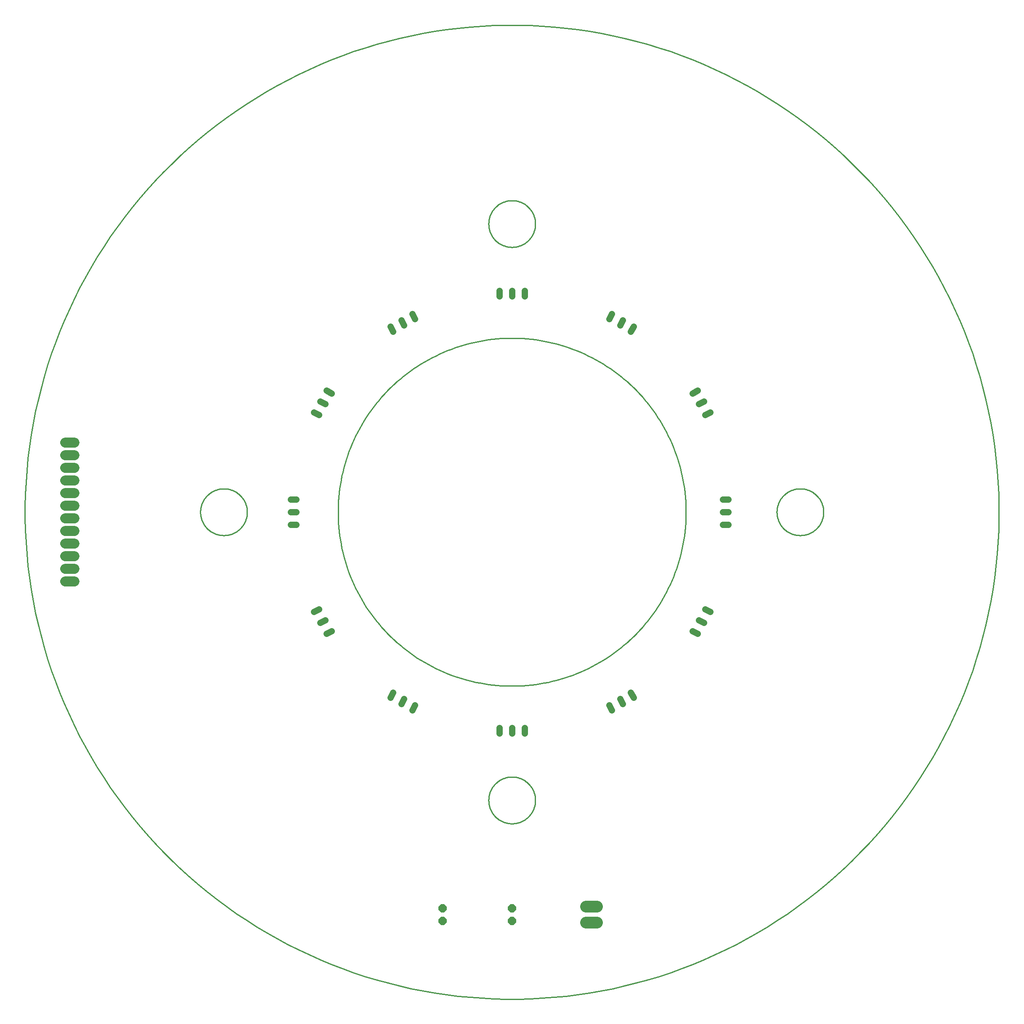
<source format=gbs>
G04 EAGLE Gerber RS-274X export*
G75*
%MOMM*%
%FSLAX34Y34*%
%LPD*%
%INSoldermask Bottom*%
%IPPOS*%
%AMOC8*
5,1,8,0,0,1.08239X$1,22.5*%
G01*
%ADD10P,1.803519X8X292.500000*%
%ADD11C,2.032000*%
%ADD12C,1.311200*%
%ADD13C,2.387600*%
%ADD14C,0.254000*%


D10*
X0Y-797300D03*
X0Y-822700D03*
X-140000Y-797300D03*
X-140000Y-822700D03*
D11*
X-880856Y139700D02*
X-899144Y139700D01*
X-899144Y114300D02*
X-880856Y114300D01*
X-880856Y88900D02*
X-899144Y88900D01*
X-899144Y63500D02*
X-880856Y63500D01*
X-880856Y38100D02*
X-899144Y38100D01*
X-899144Y12700D02*
X-880856Y12700D01*
X-880856Y-12700D02*
X-899144Y-12700D01*
X-899144Y-38100D02*
X-880856Y-38100D01*
X-880856Y-63500D02*
X-899144Y-63500D01*
X-899144Y-88900D02*
X-880856Y-88900D01*
X-880856Y-114300D02*
X-899144Y-114300D01*
X-899144Y-139700D02*
X-880856Y-139700D01*
D12*
X363553Y239227D02*
X373149Y244767D01*
X385849Y222770D02*
X376253Y217230D01*
X388953Y195233D02*
X398549Y200773D01*
X195233Y388953D02*
X200773Y398549D01*
X222770Y385849D02*
X217230Y376253D01*
X239227Y363553D02*
X244767Y373149D01*
X-25400Y434460D02*
X-25400Y445540D01*
X0Y445540D02*
X0Y434460D01*
X25400Y434460D02*
X25400Y445540D01*
X-239227Y363553D02*
X-244767Y373149D01*
X-222770Y385849D02*
X-217230Y376253D01*
X-195233Y388953D02*
X-200773Y398549D01*
X-388953Y195233D02*
X-398549Y200773D01*
X-385849Y222770D02*
X-376253Y217230D01*
X-363553Y239227D02*
X-373149Y244767D01*
X-434460Y-25400D02*
X-445540Y-25400D01*
X-445540Y0D02*
X-434460Y0D01*
X-434460Y25400D02*
X-445540Y25400D01*
X-363553Y-239227D02*
X-373149Y-244767D01*
X-385849Y-222770D02*
X-376253Y-217230D01*
X-388953Y-195233D02*
X-398549Y-200773D01*
X-195233Y-388953D02*
X-200773Y-398549D01*
X-222770Y-385849D02*
X-217230Y-376253D01*
X-239227Y-363553D02*
X-244767Y-373149D01*
X25400Y-434460D02*
X25400Y-445540D01*
X0Y-445540D02*
X0Y-434460D01*
X-25400Y-434460D02*
X-25400Y-445540D01*
X239227Y-363553D02*
X244767Y-373149D01*
X222770Y-385849D02*
X217230Y-376253D01*
X195233Y-388953D02*
X200773Y-398549D01*
X388953Y-195233D02*
X398549Y-200773D01*
X385849Y-222770D02*
X376253Y-217230D01*
X363553Y-239227D02*
X373149Y-244767D01*
D13*
X170922Y-826000D02*
X149078Y-826000D01*
X149078Y-794000D02*
X170922Y-794000D01*
D12*
X424460Y25400D02*
X435540Y25400D01*
X435540Y0D02*
X424460Y0D01*
X424460Y-25400D02*
X435540Y-25400D01*
D14*
X980000Y-12027D02*
X980000Y12027D01*
X979410Y36074D01*
X978229Y60099D01*
X976460Y84088D01*
X974102Y108026D01*
X971158Y131899D01*
X967628Y155693D01*
X963516Y179393D01*
X958823Y202984D01*
X953553Y226454D01*
X947708Y249787D01*
X941293Y272970D01*
X934310Y295988D01*
X926765Y318828D01*
X918661Y341476D01*
X910004Y363918D01*
X900799Y386141D01*
X891052Y408132D01*
X880767Y429876D01*
X869952Y451362D01*
X858613Y472576D01*
X846757Y493505D01*
X834391Y514137D01*
X821522Y534459D01*
X808158Y554459D01*
X794308Y574125D01*
X779979Y593446D01*
X765180Y612408D01*
X749920Y631002D01*
X734209Y649216D01*
X718055Y667039D01*
X701469Y684460D01*
X684460Y701469D01*
X667039Y718055D01*
X649216Y734209D01*
X631002Y749920D01*
X612408Y765180D01*
X593446Y779979D01*
X574125Y794308D01*
X554459Y808158D01*
X534459Y821522D01*
X514137Y834391D01*
X493505Y846757D01*
X472576Y858613D01*
X451362Y869952D01*
X429876Y880767D01*
X408132Y891052D01*
X386141Y900799D01*
X363918Y910004D01*
X341476Y918661D01*
X318828Y926765D01*
X295988Y934310D01*
X272970Y941293D01*
X249787Y947708D01*
X226454Y953553D01*
X202984Y958823D01*
X179393Y963516D01*
X155693Y967628D01*
X131899Y971158D01*
X108026Y974102D01*
X84088Y976460D01*
X60099Y978229D01*
X36074Y979410D01*
X12027Y980000D01*
X-12027Y980000D01*
X-36074Y979410D01*
X-60099Y978229D01*
X-84088Y976460D01*
X-108026Y974102D01*
X-131899Y971158D01*
X-155693Y967628D01*
X-179393Y963516D01*
X-202984Y958823D01*
X-226454Y953553D01*
X-249787Y947708D01*
X-272970Y941293D01*
X-295988Y934310D01*
X-318828Y926765D01*
X-341476Y918661D01*
X-363918Y910004D01*
X-386141Y900799D01*
X-408132Y891052D01*
X-429876Y880767D01*
X-451362Y869952D01*
X-472576Y858613D01*
X-493505Y846757D01*
X-514137Y834391D01*
X-534459Y821522D01*
X-554459Y808158D01*
X-574125Y794308D01*
X-593446Y779979D01*
X-612408Y765180D01*
X-631002Y749920D01*
X-649216Y734209D01*
X-667039Y718055D01*
X-684460Y701469D01*
X-701469Y684460D01*
X-718055Y667039D01*
X-734209Y649216D01*
X-749920Y631002D01*
X-765180Y612408D01*
X-779979Y593446D01*
X-794308Y574125D01*
X-808158Y554459D01*
X-821522Y534459D01*
X-834391Y514137D01*
X-846757Y493505D01*
X-858613Y472576D01*
X-869952Y451362D01*
X-880767Y429876D01*
X-891052Y408132D01*
X-900799Y386141D01*
X-910004Y363918D01*
X-918661Y341476D01*
X-926765Y318828D01*
X-934310Y295988D01*
X-941293Y272970D01*
X-947708Y249787D01*
X-953553Y226454D01*
X-958823Y202984D01*
X-963516Y179393D01*
X-967628Y155693D01*
X-971158Y131899D01*
X-974102Y108026D01*
X-976460Y84088D01*
X-978229Y60099D01*
X-979410Y36074D01*
X-980000Y12027D01*
X-980000Y-12027D01*
X-979410Y-36074D01*
X-978229Y-60099D01*
X-976460Y-84088D01*
X-974102Y-108026D01*
X-971158Y-131899D01*
X-967628Y-155693D01*
X-963516Y-179393D01*
X-958823Y-202984D01*
X-953553Y-226454D01*
X-947708Y-249787D01*
X-941293Y-272970D01*
X-934310Y-295988D01*
X-926765Y-318828D01*
X-918661Y-341476D01*
X-910004Y-363918D01*
X-900799Y-386141D01*
X-891052Y-408132D01*
X-880767Y-429876D01*
X-869952Y-451362D01*
X-858613Y-472576D01*
X-846757Y-493505D01*
X-834391Y-514137D01*
X-821522Y-534459D01*
X-808158Y-554459D01*
X-794308Y-574125D01*
X-779979Y-593446D01*
X-765180Y-612408D01*
X-749920Y-631002D01*
X-734209Y-649216D01*
X-718055Y-667039D01*
X-701469Y-684460D01*
X-684460Y-701469D01*
X-667039Y-718055D01*
X-649216Y-734209D01*
X-631002Y-749920D01*
X-612408Y-765180D01*
X-593446Y-779979D01*
X-574125Y-794308D01*
X-554459Y-808158D01*
X-534459Y-821522D01*
X-514137Y-834391D01*
X-493505Y-846757D01*
X-472576Y-858613D01*
X-451362Y-869952D01*
X-429876Y-880767D01*
X-408132Y-891052D01*
X-386141Y-900799D01*
X-363918Y-910004D01*
X-341476Y-918661D01*
X-318828Y-926765D01*
X-295988Y-934310D01*
X-272970Y-941293D01*
X-249787Y-947708D01*
X-226454Y-953553D01*
X-202984Y-958823D01*
X-179393Y-963516D01*
X-155693Y-967628D01*
X-131899Y-971158D01*
X-108026Y-974102D01*
X-84088Y-976460D01*
X-60099Y-978229D01*
X-36074Y-979410D01*
X-12027Y-980000D01*
X12027Y-980000D01*
X36074Y-979410D01*
X60099Y-978229D01*
X84088Y-976460D01*
X108026Y-974102D01*
X131899Y-971158D01*
X155693Y-967628D01*
X179393Y-963516D01*
X202984Y-958823D01*
X226454Y-953553D01*
X249787Y-947708D01*
X272970Y-941293D01*
X295988Y-934310D01*
X318828Y-926765D01*
X341476Y-918661D01*
X363918Y-910004D01*
X386141Y-900799D01*
X408132Y-891052D01*
X429876Y-880767D01*
X451362Y-869952D01*
X472576Y-858613D01*
X493505Y-846757D01*
X514137Y-834391D01*
X534459Y-821522D01*
X554459Y-808158D01*
X574125Y-794308D01*
X593446Y-779979D01*
X612408Y-765180D01*
X631002Y-749920D01*
X649216Y-734209D01*
X667039Y-718055D01*
X684460Y-701469D01*
X701469Y-684460D01*
X718055Y-667039D01*
X734209Y-649216D01*
X749920Y-631002D01*
X765180Y-612408D01*
X779979Y-593446D01*
X794308Y-574125D01*
X808158Y-554459D01*
X821522Y-534459D01*
X834391Y-514137D01*
X846757Y-493505D01*
X858613Y-472576D01*
X869952Y-451362D01*
X880767Y-429876D01*
X891052Y-408132D01*
X900799Y-386141D01*
X910004Y-363918D01*
X918661Y-341476D01*
X926765Y-318828D01*
X934310Y-295988D01*
X941293Y-272970D01*
X947708Y-249787D01*
X953553Y-226454D01*
X958823Y-202984D01*
X963516Y-179393D01*
X967628Y-155693D01*
X971158Y-131899D01*
X974102Y-108026D01*
X976460Y-84088D01*
X978229Y-60099D01*
X979410Y-36074D01*
X980000Y-12027D01*
X627000Y-923D02*
X627000Y923D01*
X626928Y2767D01*
X626783Y4608D01*
X626566Y6441D01*
X626277Y8264D01*
X625917Y10074D01*
X625486Y11869D01*
X624985Y13646D01*
X624414Y15402D01*
X623776Y17133D01*
X623069Y18839D01*
X622296Y20515D01*
X621458Y22160D01*
X620556Y23770D01*
X619592Y25344D01*
X618566Y26879D01*
X617481Y28373D01*
X616339Y29822D01*
X615140Y31226D01*
X613887Y32581D01*
X612581Y33887D01*
X611226Y35140D01*
X609822Y36339D01*
X608373Y37481D01*
X606879Y38566D01*
X605344Y39592D01*
X603770Y40556D01*
X602160Y41458D01*
X600515Y42296D01*
X598839Y43069D01*
X597133Y43776D01*
X595402Y44414D01*
X593646Y44985D01*
X591869Y45486D01*
X590074Y45917D01*
X588264Y46277D01*
X586441Y46566D01*
X584608Y46783D01*
X582767Y46928D01*
X580923Y47000D01*
X579077Y47000D01*
X577233Y46928D01*
X575392Y46783D01*
X573559Y46566D01*
X571736Y46277D01*
X569926Y45917D01*
X568131Y45486D01*
X566354Y44985D01*
X564598Y44414D01*
X562867Y43776D01*
X561161Y43069D01*
X559485Y42296D01*
X557840Y41458D01*
X556230Y40556D01*
X554656Y39592D01*
X553121Y38566D01*
X551627Y37481D01*
X550178Y36339D01*
X548774Y35140D01*
X547419Y33887D01*
X546113Y32581D01*
X544860Y31226D01*
X543662Y29822D01*
X542519Y28373D01*
X541434Y26879D01*
X540408Y25344D01*
X539444Y23770D01*
X538542Y22160D01*
X537704Y20515D01*
X536931Y18839D01*
X536224Y17133D01*
X535586Y15402D01*
X535015Y13646D01*
X534514Y11869D01*
X534083Y10074D01*
X533723Y8264D01*
X533434Y6441D01*
X533217Y4608D01*
X533072Y2767D01*
X533000Y923D01*
X533000Y-923D01*
X533072Y-2767D01*
X533217Y-4608D01*
X533434Y-6441D01*
X533723Y-8264D01*
X534083Y-10074D01*
X534514Y-11869D01*
X535015Y-13646D01*
X535586Y-15402D01*
X536224Y-17133D01*
X536931Y-18839D01*
X537704Y-20515D01*
X538542Y-22160D01*
X539444Y-23770D01*
X540408Y-25344D01*
X541434Y-26879D01*
X542519Y-28373D01*
X543662Y-29822D01*
X544860Y-31226D01*
X546113Y-32581D01*
X547419Y-33887D01*
X548774Y-35140D01*
X550178Y-36339D01*
X551627Y-37481D01*
X553121Y-38566D01*
X554656Y-39592D01*
X556230Y-40556D01*
X557840Y-41458D01*
X559485Y-42296D01*
X561161Y-43069D01*
X562867Y-43776D01*
X564598Y-44414D01*
X566354Y-44985D01*
X568131Y-45486D01*
X569926Y-45917D01*
X571736Y-46277D01*
X573559Y-46566D01*
X575392Y-46783D01*
X577233Y-46928D01*
X579077Y-47000D01*
X580923Y-47000D01*
X582767Y-46928D01*
X584608Y-46783D01*
X586441Y-46566D01*
X588264Y-46277D01*
X590074Y-45917D01*
X591869Y-45486D01*
X593646Y-44985D01*
X595402Y-44414D01*
X597133Y-43776D01*
X598839Y-43069D01*
X600515Y-42296D01*
X602160Y-41458D01*
X603770Y-40556D01*
X605344Y-39592D01*
X606879Y-38566D01*
X608373Y-37481D01*
X609822Y-36339D01*
X611226Y-35140D01*
X612581Y-33887D01*
X613887Y-32581D01*
X615140Y-31226D01*
X616339Y-29822D01*
X617481Y-28373D01*
X618566Y-26879D01*
X619592Y-25344D01*
X620556Y-23770D01*
X621458Y-22160D01*
X622296Y-20515D01*
X623069Y-18839D01*
X623776Y-17133D01*
X624414Y-15402D01*
X624985Y-13646D01*
X625486Y-11869D01*
X625917Y-10074D01*
X626277Y-8264D01*
X626566Y-6441D01*
X626783Y-4608D01*
X626928Y-2767D01*
X627000Y-923D01*
X47000Y579077D02*
X47000Y580923D01*
X46928Y582767D01*
X46783Y584608D01*
X46566Y586441D01*
X46277Y588264D01*
X45917Y590074D01*
X45486Y591869D01*
X44985Y593646D01*
X44414Y595402D01*
X43776Y597133D01*
X43069Y598839D01*
X42296Y600515D01*
X41458Y602160D01*
X40556Y603770D01*
X39592Y605344D01*
X38566Y606879D01*
X37481Y608373D01*
X36339Y609822D01*
X35140Y611226D01*
X33887Y612581D01*
X32581Y613887D01*
X31226Y615140D01*
X29822Y616339D01*
X28373Y617481D01*
X26879Y618566D01*
X25344Y619592D01*
X23770Y620556D01*
X22160Y621458D01*
X20515Y622296D01*
X18839Y623069D01*
X17133Y623776D01*
X15402Y624414D01*
X13646Y624985D01*
X11869Y625486D01*
X10074Y625917D01*
X8264Y626277D01*
X6441Y626566D01*
X4608Y626783D01*
X2767Y626928D01*
X923Y627000D01*
X-923Y627000D01*
X-2767Y626928D01*
X-4608Y626783D01*
X-6441Y626566D01*
X-8264Y626277D01*
X-10074Y625917D01*
X-11869Y625486D01*
X-13646Y624985D01*
X-15402Y624414D01*
X-17133Y623776D01*
X-18839Y623069D01*
X-20515Y622296D01*
X-22160Y621458D01*
X-23770Y620556D01*
X-25344Y619592D01*
X-26879Y618566D01*
X-28373Y617481D01*
X-29822Y616339D01*
X-31226Y615140D01*
X-32581Y613887D01*
X-33887Y612581D01*
X-35140Y611226D01*
X-36339Y609822D01*
X-37481Y608373D01*
X-38566Y606879D01*
X-39592Y605344D01*
X-40556Y603770D01*
X-41458Y602160D01*
X-42296Y600515D01*
X-43069Y598839D01*
X-43776Y597133D01*
X-44414Y595402D01*
X-44985Y593646D01*
X-45486Y591869D01*
X-45917Y590074D01*
X-46277Y588264D01*
X-46566Y586441D01*
X-46783Y584608D01*
X-46928Y582767D01*
X-47000Y580923D01*
X-47000Y579077D01*
X-46928Y577233D01*
X-46783Y575392D01*
X-46566Y573559D01*
X-46277Y571736D01*
X-45917Y569926D01*
X-45486Y568131D01*
X-44985Y566354D01*
X-44414Y564598D01*
X-43776Y562867D01*
X-43069Y561161D01*
X-42296Y559485D01*
X-41458Y557840D01*
X-40556Y556230D01*
X-39592Y554656D01*
X-38566Y553121D01*
X-37481Y551627D01*
X-36339Y550178D01*
X-35140Y548774D01*
X-33887Y547419D01*
X-32581Y546113D01*
X-31226Y544860D01*
X-29822Y543662D01*
X-28373Y542519D01*
X-26879Y541434D01*
X-25344Y540408D01*
X-23770Y539444D01*
X-22160Y538542D01*
X-20515Y537704D01*
X-18839Y536931D01*
X-17133Y536224D01*
X-15402Y535586D01*
X-13646Y535015D01*
X-11869Y534514D01*
X-10074Y534083D01*
X-8264Y533723D01*
X-6441Y533434D01*
X-4608Y533217D01*
X-2767Y533072D01*
X-923Y533000D01*
X923Y533000D01*
X2767Y533072D01*
X4608Y533217D01*
X6441Y533434D01*
X8264Y533723D01*
X10074Y534083D01*
X11869Y534514D01*
X13646Y535015D01*
X15402Y535586D01*
X17133Y536224D01*
X18839Y536931D01*
X20515Y537704D01*
X22160Y538542D01*
X23770Y539444D01*
X25344Y540408D01*
X26879Y541434D01*
X28373Y542519D01*
X29822Y543662D01*
X31226Y544860D01*
X32581Y546113D01*
X33887Y547419D01*
X35140Y548774D01*
X36339Y550178D01*
X37481Y551627D01*
X38566Y553121D01*
X39592Y554656D01*
X40556Y556230D01*
X41458Y557840D01*
X42296Y559485D01*
X43069Y561161D01*
X43776Y562867D01*
X44414Y564598D01*
X44985Y566354D01*
X45486Y568131D01*
X45917Y569926D01*
X46277Y571736D01*
X46566Y573559D01*
X46783Y575392D01*
X46928Y577233D01*
X47000Y579077D01*
X-533000Y-923D02*
X-533000Y923D01*
X-533072Y2767D01*
X-533217Y4608D01*
X-533434Y6441D01*
X-533723Y8264D01*
X-534083Y10074D01*
X-534514Y11869D01*
X-535015Y13646D01*
X-535586Y15402D01*
X-536224Y17133D01*
X-536931Y18839D01*
X-537704Y20515D01*
X-538542Y22160D01*
X-539444Y23770D01*
X-540408Y25344D01*
X-541434Y26879D01*
X-542519Y28373D01*
X-543662Y29822D01*
X-544860Y31226D01*
X-546113Y32581D01*
X-547419Y33887D01*
X-548774Y35140D01*
X-550178Y36339D01*
X-551627Y37481D01*
X-553121Y38566D01*
X-554656Y39592D01*
X-556230Y40556D01*
X-557840Y41458D01*
X-559485Y42296D01*
X-561161Y43069D01*
X-562867Y43776D01*
X-564598Y44414D01*
X-566354Y44985D01*
X-568131Y45486D01*
X-569926Y45917D01*
X-571736Y46277D01*
X-573559Y46566D01*
X-575392Y46783D01*
X-577233Y46928D01*
X-579077Y47000D01*
X-580923Y47000D01*
X-582767Y46928D01*
X-584608Y46783D01*
X-586441Y46566D01*
X-588264Y46277D01*
X-590074Y45917D01*
X-591869Y45486D01*
X-593646Y44985D01*
X-595402Y44414D01*
X-597133Y43776D01*
X-598839Y43069D01*
X-600515Y42296D01*
X-602160Y41458D01*
X-603770Y40556D01*
X-605344Y39592D01*
X-606879Y38566D01*
X-608373Y37481D01*
X-609822Y36339D01*
X-611226Y35140D01*
X-612581Y33887D01*
X-613887Y32581D01*
X-615140Y31226D01*
X-616339Y29822D01*
X-617481Y28373D01*
X-618566Y26879D01*
X-619592Y25344D01*
X-620556Y23770D01*
X-621458Y22160D01*
X-622296Y20515D01*
X-623069Y18839D01*
X-623776Y17133D01*
X-624414Y15402D01*
X-624985Y13646D01*
X-625486Y11869D01*
X-625917Y10074D01*
X-626277Y8264D01*
X-626566Y6441D01*
X-626783Y4608D01*
X-626928Y2767D01*
X-627000Y923D01*
X-627000Y-923D01*
X-626928Y-2767D01*
X-626783Y-4608D01*
X-626566Y-6441D01*
X-626277Y-8264D01*
X-625917Y-10074D01*
X-625486Y-11869D01*
X-624985Y-13646D01*
X-624414Y-15402D01*
X-623776Y-17133D01*
X-623069Y-18839D01*
X-622296Y-20515D01*
X-621458Y-22160D01*
X-620556Y-23770D01*
X-619592Y-25344D01*
X-618566Y-26879D01*
X-617481Y-28373D01*
X-616339Y-29822D01*
X-615140Y-31226D01*
X-613887Y-32581D01*
X-612581Y-33887D01*
X-611226Y-35140D01*
X-609822Y-36339D01*
X-608373Y-37481D01*
X-606879Y-38566D01*
X-605344Y-39592D01*
X-603770Y-40556D01*
X-602160Y-41458D01*
X-600515Y-42296D01*
X-598839Y-43069D01*
X-597133Y-43776D01*
X-595402Y-44414D01*
X-593646Y-44985D01*
X-591869Y-45486D01*
X-590074Y-45917D01*
X-588264Y-46277D01*
X-586441Y-46566D01*
X-584608Y-46783D01*
X-582767Y-46928D01*
X-580923Y-47000D01*
X-579077Y-47000D01*
X-577233Y-46928D01*
X-575392Y-46783D01*
X-573559Y-46566D01*
X-571736Y-46277D01*
X-569926Y-45917D01*
X-568131Y-45486D01*
X-566354Y-44985D01*
X-564598Y-44414D01*
X-562867Y-43776D01*
X-561161Y-43069D01*
X-559485Y-42296D01*
X-557840Y-41458D01*
X-556230Y-40556D01*
X-554656Y-39592D01*
X-553121Y-38566D01*
X-551627Y-37481D01*
X-550178Y-36339D01*
X-548774Y-35140D01*
X-547419Y-33887D01*
X-546113Y-32581D01*
X-544860Y-31226D01*
X-543662Y-29822D01*
X-542519Y-28373D01*
X-541434Y-26879D01*
X-540408Y-25344D01*
X-539444Y-23770D01*
X-538542Y-22160D01*
X-537704Y-20515D01*
X-536931Y-18839D01*
X-536224Y-17133D01*
X-535586Y-15402D01*
X-535015Y-13646D01*
X-534514Y-11869D01*
X-534083Y-10074D01*
X-533723Y-8264D01*
X-533434Y-6441D01*
X-533217Y-4608D01*
X-533072Y-2767D01*
X-533000Y-923D01*
X47000Y-580923D02*
X47000Y-579077D01*
X46928Y-577233D01*
X46783Y-575392D01*
X46566Y-573559D01*
X46277Y-571736D01*
X45917Y-569926D01*
X45486Y-568131D01*
X44985Y-566354D01*
X44414Y-564598D01*
X43776Y-562867D01*
X43069Y-561161D01*
X42296Y-559485D01*
X41458Y-557840D01*
X40556Y-556230D01*
X39592Y-554656D01*
X38566Y-553121D01*
X37481Y-551627D01*
X36339Y-550178D01*
X35140Y-548774D01*
X33887Y-547419D01*
X32581Y-546113D01*
X31226Y-544860D01*
X29822Y-543662D01*
X28373Y-542519D01*
X26879Y-541434D01*
X25344Y-540408D01*
X23770Y-539444D01*
X22160Y-538542D01*
X20515Y-537704D01*
X18839Y-536931D01*
X17133Y-536224D01*
X15402Y-535586D01*
X13646Y-535015D01*
X11869Y-534514D01*
X10074Y-534083D01*
X8264Y-533723D01*
X6441Y-533434D01*
X4608Y-533217D01*
X2767Y-533072D01*
X923Y-533000D01*
X-923Y-533000D01*
X-2767Y-533072D01*
X-4608Y-533217D01*
X-6441Y-533434D01*
X-8264Y-533723D01*
X-10074Y-534083D01*
X-11869Y-534514D01*
X-13646Y-535015D01*
X-15402Y-535586D01*
X-17133Y-536224D01*
X-18839Y-536931D01*
X-20515Y-537704D01*
X-22160Y-538542D01*
X-23770Y-539444D01*
X-25344Y-540408D01*
X-26879Y-541434D01*
X-28373Y-542519D01*
X-29822Y-543662D01*
X-31226Y-544860D01*
X-32581Y-546113D01*
X-33887Y-547419D01*
X-35140Y-548774D01*
X-36339Y-550178D01*
X-37481Y-551627D01*
X-38566Y-553121D01*
X-39592Y-554656D01*
X-40556Y-556230D01*
X-41458Y-557840D01*
X-42296Y-559485D01*
X-43069Y-561161D01*
X-43776Y-562867D01*
X-44414Y-564598D01*
X-44985Y-566354D01*
X-45486Y-568131D01*
X-45917Y-569926D01*
X-46277Y-571736D01*
X-46566Y-573559D01*
X-46783Y-575392D01*
X-46928Y-577233D01*
X-47000Y-579077D01*
X-47000Y-580923D01*
X-46928Y-582767D01*
X-46783Y-584608D01*
X-46566Y-586441D01*
X-46277Y-588264D01*
X-45917Y-590074D01*
X-45486Y-591869D01*
X-44985Y-593646D01*
X-44414Y-595402D01*
X-43776Y-597133D01*
X-43069Y-598839D01*
X-42296Y-600515D01*
X-41458Y-602160D01*
X-40556Y-603770D01*
X-39592Y-605344D01*
X-38566Y-606879D01*
X-37481Y-608373D01*
X-36339Y-609822D01*
X-35140Y-611226D01*
X-33887Y-612581D01*
X-32581Y-613887D01*
X-31226Y-615140D01*
X-29822Y-616339D01*
X-28373Y-617481D01*
X-26879Y-618566D01*
X-25344Y-619592D01*
X-23770Y-620556D01*
X-22160Y-621458D01*
X-20515Y-622296D01*
X-18839Y-623069D01*
X-17133Y-623776D01*
X-15402Y-624414D01*
X-13646Y-624985D01*
X-11869Y-625486D01*
X-10074Y-625917D01*
X-8264Y-626277D01*
X-6441Y-626566D01*
X-4608Y-626783D01*
X-2767Y-626928D01*
X-923Y-627000D01*
X923Y-627000D01*
X2767Y-626928D01*
X4608Y-626783D01*
X6441Y-626566D01*
X8264Y-626277D01*
X10074Y-625917D01*
X11869Y-625486D01*
X13646Y-624985D01*
X15402Y-624414D01*
X17133Y-623776D01*
X18839Y-623069D01*
X20515Y-622296D01*
X22160Y-621458D01*
X23770Y-620556D01*
X25344Y-619592D01*
X26879Y-618566D01*
X28373Y-617481D01*
X29822Y-616339D01*
X31226Y-615140D01*
X32581Y-613887D01*
X33887Y-612581D01*
X35140Y-611226D01*
X36339Y-609822D01*
X37481Y-608373D01*
X38566Y-606879D01*
X39592Y-605344D01*
X40556Y-603770D01*
X41458Y-602160D01*
X42296Y-600515D01*
X43069Y-598839D01*
X43776Y-597133D01*
X44414Y-595402D01*
X44985Y-593646D01*
X45486Y-591869D01*
X45917Y-590074D01*
X46277Y-588264D01*
X46566Y-586441D01*
X46783Y-584608D01*
X46928Y-582767D01*
X47000Y-580923D01*
X350000Y-4295D02*
X350000Y4295D01*
X349789Y12884D01*
X349368Y21464D01*
X348736Y30031D01*
X347894Y38581D01*
X346842Y47107D01*
X345582Y55605D01*
X344113Y64069D01*
X342437Y72494D01*
X340555Y80876D01*
X338467Y89210D01*
X336176Y97489D01*
X333682Y105710D01*
X330988Y113867D01*
X328093Y121956D01*
X325002Y129971D01*
X321714Y137908D01*
X318233Y145761D01*
X314560Y153527D01*
X310697Y161201D01*
X306648Y168777D01*
X302413Y176252D01*
X297997Y183620D01*
X293401Y190878D01*
X288628Y198021D01*
X283681Y205045D01*
X278564Y211945D01*
X273279Y218717D01*
X267829Y225358D01*
X262217Y231863D01*
X256448Y238228D01*
X250525Y244450D01*
X244450Y250525D01*
X238228Y256448D01*
X231863Y262217D01*
X225358Y267829D01*
X218717Y273279D01*
X211945Y278564D01*
X205045Y283681D01*
X198021Y288628D01*
X190878Y293401D01*
X183620Y297997D01*
X176252Y302413D01*
X168777Y306648D01*
X161201Y310697D01*
X153527Y314560D01*
X145761Y318233D01*
X137908Y321714D01*
X129971Y325002D01*
X121956Y328093D01*
X113867Y330988D01*
X105710Y333682D01*
X97489Y336176D01*
X89210Y338467D01*
X80876Y340555D01*
X72494Y342437D01*
X64069Y344113D01*
X55605Y345582D01*
X47107Y346842D01*
X38581Y347894D01*
X30031Y348736D01*
X21464Y349368D01*
X12884Y349789D01*
X4295Y350000D01*
X-4295Y350000D01*
X-12884Y349789D01*
X-21464Y349368D01*
X-30031Y348736D01*
X-38581Y347894D01*
X-47107Y346842D01*
X-55605Y345582D01*
X-64069Y344113D01*
X-72494Y342437D01*
X-80876Y340555D01*
X-89210Y338467D01*
X-97489Y336176D01*
X-105710Y333682D01*
X-113867Y330988D01*
X-121956Y328093D01*
X-129971Y325002D01*
X-137908Y321714D01*
X-145761Y318233D01*
X-153527Y314560D01*
X-161201Y310697D01*
X-168777Y306648D01*
X-176252Y302413D01*
X-183620Y297997D01*
X-190878Y293401D01*
X-198021Y288628D01*
X-205045Y283681D01*
X-211945Y278564D01*
X-218717Y273279D01*
X-225358Y267829D01*
X-231863Y262217D01*
X-238228Y256448D01*
X-244450Y250525D01*
X-250525Y244450D01*
X-256448Y238228D01*
X-262217Y231863D01*
X-267829Y225358D01*
X-273279Y218717D01*
X-278564Y211945D01*
X-283681Y205045D01*
X-288628Y198021D01*
X-293401Y190878D01*
X-297997Y183620D01*
X-302413Y176252D01*
X-306648Y168777D01*
X-310697Y161201D01*
X-314560Y153527D01*
X-318233Y145761D01*
X-321714Y137908D01*
X-325002Y129971D01*
X-328093Y121956D01*
X-330988Y113867D01*
X-333682Y105710D01*
X-336176Y97489D01*
X-338467Y89210D01*
X-340555Y80876D01*
X-342437Y72494D01*
X-344113Y64069D01*
X-345582Y55605D01*
X-346842Y47107D01*
X-347894Y38581D01*
X-348736Y30031D01*
X-349368Y21464D01*
X-349789Y12884D01*
X-350000Y4295D01*
X-350000Y-4295D01*
X-349789Y-12884D01*
X-349368Y-21464D01*
X-348736Y-30031D01*
X-347894Y-38581D01*
X-346842Y-47107D01*
X-345582Y-55605D01*
X-344113Y-64069D01*
X-342437Y-72494D01*
X-340555Y-80876D01*
X-338467Y-89210D01*
X-336176Y-97489D01*
X-333682Y-105710D01*
X-330988Y-113867D01*
X-328093Y-121956D01*
X-325002Y-129971D01*
X-321714Y-137908D01*
X-318233Y-145761D01*
X-314560Y-153527D01*
X-310697Y-161201D01*
X-306648Y-168777D01*
X-302413Y-176252D01*
X-297997Y-183620D01*
X-293401Y-190878D01*
X-288628Y-198021D01*
X-283681Y-205045D01*
X-278564Y-211945D01*
X-273279Y-218717D01*
X-267829Y-225358D01*
X-262217Y-231863D01*
X-256448Y-238228D01*
X-250525Y-244450D01*
X-244450Y-250525D01*
X-238228Y-256448D01*
X-231863Y-262217D01*
X-225358Y-267829D01*
X-218717Y-273279D01*
X-211945Y-278564D01*
X-205045Y-283681D01*
X-198021Y-288628D01*
X-190878Y-293401D01*
X-183620Y-297997D01*
X-176252Y-302413D01*
X-168777Y-306648D01*
X-161201Y-310697D01*
X-153527Y-314560D01*
X-145761Y-318233D01*
X-137908Y-321714D01*
X-129971Y-325002D01*
X-121956Y-328093D01*
X-113867Y-330988D01*
X-105710Y-333682D01*
X-97489Y-336176D01*
X-89210Y-338467D01*
X-80876Y-340555D01*
X-72494Y-342437D01*
X-64069Y-344113D01*
X-55605Y-345582D01*
X-47107Y-346842D01*
X-38581Y-347894D01*
X-30031Y-348736D01*
X-21464Y-349368D01*
X-12884Y-349789D01*
X-4295Y-350000D01*
X4295Y-350000D01*
X12884Y-349789D01*
X21464Y-349368D01*
X30031Y-348736D01*
X38581Y-347894D01*
X47107Y-346842D01*
X55605Y-345582D01*
X64069Y-344113D01*
X72494Y-342437D01*
X80876Y-340555D01*
X89210Y-338467D01*
X97489Y-336176D01*
X105710Y-333682D01*
X113867Y-330988D01*
X121956Y-328093D01*
X129971Y-325002D01*
X137908Y-321714D01*
X145761Y-318233D01*
X153527Y-314560D01*
X161201Y-310697D01*
X168777Y-306648D01*
X176252Y-302413D01*
X183620Y-297997D01*
X190878Y-293401D01*
X198021Y-288628D01*
X205045Y-283681D01*
X211945Y-278564D01*
X218717Y-273279D01*
X225358Y-267829D01*
X231863Y-262217D01*
X238228Y-256448D01*
X244450Y-250525D01*
X250525Y-244450D01*
X256448Y-238228D01*
X262217Y-231863D01*
X267829Y-225358D01*
X273279Y-218717D01*
X278564Y-211945D01*
X283681Y-205045D01*
X288628Y-198021D01*
X293401Y-190878D01*
X297997Y-183620D01*
X302413Y-176252D01*
X306648Y-168777D01*
X310697Y-161201D01*
X314560Y-153527D01*
X318233Y-145761D01*
X321714Y-137908D01*
X325002Y-129971D01*
X328093Y-121956D01*
X330988Y-113867D01*
X333682Y-105710D01*
X336176Y-97489D01*
X338467Y-89210D01*
X340555Y-80876D01*
X342437Y-72494D01*
X344113Y-64069D01*
X345582Y-55605D01*
X346842Y-47107D01*
X347894Y-38581D01*
X348736Y-30031D01*
X349368Y-21464D01*
X349789Y-12884D01*
X350000Y-4295D01*
M02*

</source>
